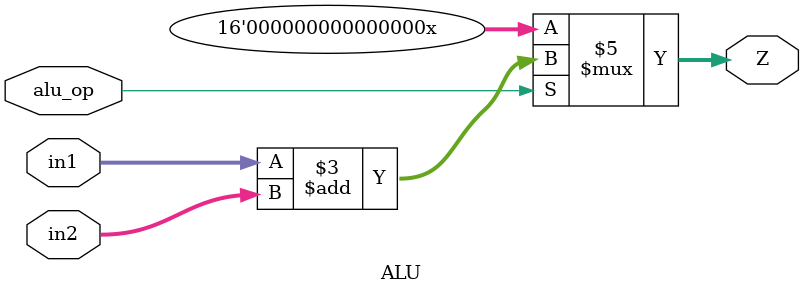
<source format=v>
module ALU(
	input wire[15:0] in1, in2,
	input wire alu_op,
	output reg[15:0] Z
);

	always@* begin
		if(alu_op==1)
			Z = in1+in2;
		else
			Z = 1'bX;
	end

endmodule

</source>
